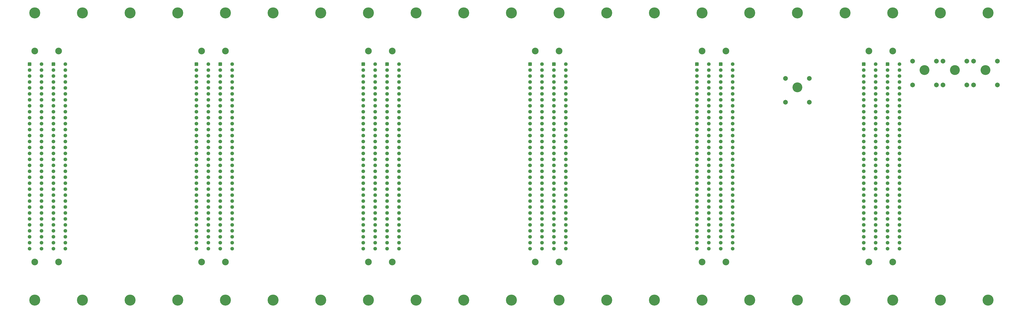
<source format=gbr>
G04 #@! TF.GenerationSoftware,KiCad,Pcbnew,5.1.8*
G04 #@! TF.CreationDate,2020-12-14T16:47:20+01:00*
G04 #@! TF.ProjectId,main,6d61696e-2e6b-4696-9361-645f70636258,v1.0.0*
G04 #@! TF.SameCoordinates,Original*
G04 #@! TF.FileFunction,Soldermask,Top*
G04 #@! TF.FilePolarity,Negative*
%FSLAX46Y46*%
G04 Gerber Fmt 4.6, Leading zero omitted, Abs format (unit mm)*
G04 Created by KiCad (PCBNEW 5.1.8) date 2020-12-14 16:47:20*
%MOMM*%
%LPD*%
G01*
G04 APERTURE LIST*
%ADD10C,4.200000*%
%ADD11C,2.000000*%
%ADD12C,4.700000*%
%ADD13C,2.850000*%
%ADD14C,1.550000*%
G04 APERTURE END LIST*
D10*
X351060000Y-56355000D03*
D11*
X356140000Y-52555000D03*
X356140000Y-62715000D03*
X345980000Y-62715000D03*
X345980000Y-52555000D03*
X413120000Y-45185000D03*
X413120000Y-55345000D03*
X423280000Y-55345000D03*
X423280000Y-45185000D03*
D10*
X418200000Y-48985000D03*
D11*
X400120000Y-45185000D03*
X400120000Y-55345000D03*
X410280000Y-55345000D03*
X410280000Y-45185000D03*
D10*
X405200000Y-48985000D03*
D11*
X426120000Y-45185000D03*
X426120000Y-55345000D03*
X436280000Y-55345000D03*
X436280000Y-45185000D03*
D10*
X431200000Y-48985000D03*
D12*
X432340000Y-147105000D03*
X432340000Y-24605000D03*
X412020000Y-147105000D03*
X412020000Y-24605000D03*
X391700000Y-147105000D03*
X391700000Y-24605000D03*
X371380000Y-147105000D03*
X371380000Y-24605000D03*
X351060000Y-147105000D03*
X351060000Y-24605000D03*
X330740000Y-147105000D03*
X330740000Y-24605000D03*
X310420000Y-147105000D03*
X310420000Y-24605000D03*
X290100000Y-147105000D03*
X290100000Y-24605000D03*
X269780000Y-147105000D03*
X269780000Y-24605000D03*
X249460000Y-147105000D03*
X249460000Y-24605000D03*
X229140000Y-147105000D03*
X229140000Y-24605000D03*
X208820000Y-147105000D03*
X208820000Y-24605000D03*
X188500000Y-147105000D03*
X188500000Y-24605000D03*
X168180000Y-147105000D03*
X168180000Y-24605000D03*
X147860000Y-147105000D03*
X147860000Y-24605000D03*
X127540000Y-147105000D03*
X127540000Y-24605000D03*
X107220000Y-147105000D03*
X107220000Y-24605000D03*
X86900000Y-147105000D03*
X86900000Y-24605000D03*
X66580000Y-147105000D03*
X66580000Y-24605000D03*
X46260000Y-147105000D03*
X46260000Y-24605000D03*
X25940000Y-147105000D03*
X25940000Y-24605000D03*
D13*
X36100000Y-130855000D03*
X36100000Y-40855000D03*
D14*
X38940000Y-125225000D03*
X38940000Y-122685000D03*
X38940000Y-120145000D03*
X38940000Y-117605000D03*
X38940000Y-115065000D03*
X38940000Y-112525000D03*
X38940000Y-109985000D03*
X38940000Y-107445000D03*
X38940000Y-104905000D03*
X38940000Y-102365000D03*
X38940000Y-99825000D03*
X38940000Y-97285000D03*
X38940000Y-94745000D03*
X38940000Y-92205000D03*
X38940000Y-89665000D03*
X38940000Y-87125000D03*
X38940000Y-84585000D03*
X38940000Y-82045000D03*
X38940000Y-79505000D03*
X38940000Y-76965000D03*
X38940000Y-74425000D03*
X38940000Y-71885000D03*
X38940000Y-69345000D03*
X38940000Y-66805000D03*
X38940000Y-64265000D03*
X38940000Y-61725000D03*
X38940000Y-59185000D03*
X38940000Y-56645000D03*
X38940000Y-54105000D03*
X38940000Y-51565000D03*
X38940000Y-49025000D03*
X38940000Y-46485000D03*
X33860000Y-125225000D03*
X33860000Y-122685000D03*
X33860000Y-120145000D03*
X33860000Y-117605000D03*
X33860000Y-115065000D03*
X33860000Y-112525000D03*
X33860000Y-109985000D03*
X33860000Y-107445000D03*
X33860000Y-104905000D03*
X33860000Y-102365000D03*
X33860000Y-99825000D03*
X33860000Y-97285000D03*
X33860000Y-94745000D03*
X33860000Y-92205000D03*
X33860000Y-89665000D03*
X33860000Y-87125000D03*
X33860000Y-84585000D03*
X33860000Y-82045000D03*
X33860000Y-79505000D03*
X33860000Y-76965000D03*
X33860000Y-74425000D03*
X33860000Y-71885000D03*
X33860000Y-69345000D03*
X33860000Y-66805000D03*
X33860000Y-64265000D03*
X33860000Y-61725000D03*
X33860000Y-59185000D03*
X33860000Y-56645000D03*
X33860000Y-54105000D03*
X33860000Y-51565000D03*
X33860000Y-49025000D03*
G36*
G01*
X33085000Y-47010001D02*
X33085000Y-45959999D01*
G75*
G02*
X33334999Y-45710000I249999J0D01*
G01*
X34385001Y-45710000D01*
G75*
G02*
X34635000Y-45959999I0J-249999D01*
G01*
X34635000Y-47010001D01*
G75*
G02*
X34385001Y-47260000I-249999J0D01*
G01*
X33334999Y-47260000D01*
G75*
G02*
X33085000Y-47010001I0J249999D01*
G01*
G37*
D13*
X391700000Y-130855000D03*
X391700000Y-40855000D03*
D14*
X394540000Y-125225000D03*
X394540000Y-122685000D03*
X394540000Y-120145000D03*
X394540000Y-117605000D03*
X394540000Y-115065000D03*
X394540000Y-112525000D03*
X394540000Y-109985000D03*
X394540000Y-107445000D03*
X394540000Y-104905000D03*
X394540000Y-102365000D03*
X394540000Y-99825000D03*
X394540000Y-97285000D03*
X394540000Y-94745000D03*
X394540000Y-92205000D03*
X394540000Y-89665000D03*
X394540000Y-87125000D03*
X394540000Y-84585000D03*
X394540000Y-82045000D03*
X394540000Y-79505000D03*
X394540000Y-76965000D03*
X394540000Y-74425000D03*
X394540000Y-71885000D03*
X394540000Y-69345000D03*
X394540000Y-66805000D03*
X394540000Y-64265000D03*
X394540000Y-61725000D03*
X394540000Y-59185000D03*
X394540000Y-56645000D03*
X394540000Y-54105000D03*
X394540000Y-51565000D03*
X394540000Y-49025000D03*
X394540000Y-46485000D03*
X389460000Y-125225000D03*
X389460000Y-122685000D03*
X389460000Y-120145000D03*
X389460000Y-117605000D03*
X389460000Y-115065000D03*
X389460000Y-112525000D03*
X389460000Y-109985000D03*
X389460000Y-107445000D03*
X389460000Y-104905000D03*
X389460000Y-102365000D03*
X389460000Y-99825000D03*
X389460000Y-97285000D03*
X389460000Y-94745000D03*
X389460000Y-92205000D03*
X389460000Y-89665000D03*
X389460000Y-87125000D03*
X389460000Y-84585000D03*
X389460000Y-82045000D03*
X389460000Y-79505000D03*
X389460000Y-76965000D03*
X389460000Y-74425000D03*
X389460000Y-71885000D03*
X389460000Y-69345000D03*
X389460000Y-66805000D03*
X389460000Y-64265000D03*
X389460000Y-61725000D03*
X389460000Y-59185000D03*
X389460000Y-56645000D03*
X389460000Y-54105000D03*
X389460000Y-51565000D03*
X389460000Y-49025000D03*
G36*
G01*
X388685000Y-47010001D02*
X388685000Y-45959999D01*
G75*
G02*
X388934999Y-45710000I249999J0D01*
G01*
X389985001Y-45710000D01*
G75*
G02*
X390235000Y-45959999I0J-249999D01*
G01*
X390235000Y-47010001D01*
G75*
G02*
X389985001Y-47260000I-249999J0D01*
G01*
X388934999Y-47260000D01*
G75*
G02*
X388685000Y-47010001I0J249999D01*
G01*
G37*
D13*
X320580000Y-130855000D03*
X320580000Y-40855000D03*
D14*
X323420000Y-125225000D03*
X323420000Y-122685000D03*
X323420000Y-120145000D03*
X323420000Y-117605000D03*
X323420000Y-115065000D03*
X323420000Y-112525000D03*
X323420000Y-109985000D03*
X323420000Y-107445000D03*
X323420000Y-104905000D03*
X323420000Y-102365000D03*
X323420000Y-99825000D03*
X323420000Y-97285000D03*
X323420000Y-94745000D03*
X323420000Y-92205000D03*
X323420000Y-89665000D03*
X323420000Y-87125000D03*
X323420000Y-84585000D03*
X323420000Y-82045000D03*
X323420000Y-79505000D03*
X323420000Y-76965000D03*
X323420000Y-74425000D03*
X323420000Y-71885000D03*
X323420000Y-69345000D03*
X323420000Y-66805000D03*
X323420000Y-64265000D03*
X323420000Y-61725000D03*
X323420000Y-59185000D03*
X323420000Y-56645000D03*
X323420000Y-54105000D03*
X323420000Y-51565000D03*
X323420000Y-49025000D03*
X323420000Y-46485000D03*
X318340000Y-125225000D03*
X318340000Y-122685000D03*
X318340000Y-120145000D03*
X318340000Y-117605000D03*
X318340000Y-115065000D03*
X318340000Y-112525000D03*
X318340000Y-109985000D03*
X318340000Y-107445000D03*
X318340000Y-104905000D03*
X318340000Y-102365000D03*
X318340000Y-99825000D03*
X318340000Y-97285000D03*
X318340000Y-94745000D03*
X318340000Y-92205000D03*
X318340000Y-89665000D03*
X318340000Y-87125000D03*
X318340000Y-84585000D03*
X318340000Y-82045000D03*
X318340000Y-79505000D03*
X318340000Y-76965000D03*
X318340000Y-74425000D03*
X318340000Y-71885000D03*
X318340000Y-69345000D03*
X318340000Y-66805000D03*
X318340000Y-64265000D03*
X318340000Y-61725000D03*
X318340000Y-59185000D03*
X318340000Y-56645000D03*
X318340000Y-54105000D03*
X318340000Y-51565000D03*
X318340000Y-49025000D03*
G36*
G01*
X317565000Y-47010001D02*
X317565000Y-45959999D01*
G75*
G02*
X317814999Y-45710000I249999J0D01*
G01*
X318865001Y-45710000D01*
G75*
G02*
X319115000Y-45959999I0J-249999D01*
G01*
X319115000Y-47010001D01*
G75*
G02*
X318865001Y-47260000I-249999J0D01*
G01*
X317814999Y-47260000D01*
G75*
G02*
X317565000Y-47010001I0J249999D01*
G01*
G37*
D13*
X249460000Y-130855000D03*
X249460000Y-40855000D03*
D14*
X252300000Y-125225000D03*
X252300000Y-122685000D03*
X252300000Y-120145000D03*
X252300000Y-117605000D03*
X252300000Y-115065000D03*
X252300000Y-112525000D03*
X252300000Y-109985000D03*
X252300000Y-107445000D03*
X252300000Y-104905000D03*
X252300000Y-102365000D03*
X252300000Y-99825000D03*
X252300000Y-97285000D03*
X252300000Y-94745000D03*
X252300000Y-92205000D03*
X252300000Y-89665000D03*
X252300000Y-87125000D03*
X252300000Y-84585000D03*
X252300000Y-82045000D03*
X252300000Y-79505000D03*
X252300000Y-76965000D03*
X252300000Y-74425000D03*
X252300000Y-71885000D03*
X252300000Y-69345000D03*
X252300000Y-66805000D03*
X252300000Y-64265000D03*
X252300000Y-61725000D03*
X252300000Y-59185000D03*
X252300000Y-56645000D03*
X252300000Y-54105000D03*
X252300000Y-51565000D03*
X252300000Y-49025000D03*
X252300000Y-46485000D03*
X247220000Y-125225000D03*
X247220000Y-122685000D03*
X247220000Y-120145000D03*
X247220000Y-117605000D03*
X247220000Y-115065000D03*
X247220000Y-112525000D03*
X247220000Y-109985000D03*
X247220000Y-107445000D03*
X247220000Y-104905000D03*
X247220000Y-102365000D03*
X247220000Y-99825000D03*
X247220000Y-97285000D03*
X247220000Y-94745000D03*
X247220000Y-92205000D03*
X247220000Y-89665000D03*
X247220000Y-87125000D03*
X247220000Y-84585000D03*
X247220000Y-82045000D03*
X247220000Y-79505000D03*
X247220000Y-76965000D03*
X247220000Y-74425000D03*
X247220000Y-71885000D03*
X247220000Y-69345000D03*
X247220000Y-66805000D03*
X247220000Y-64265000D03*
X247220000Y-61725000D03*
X247220000Y-59185000D03*
X247220000Y-56645000D03*
X247220000Y-54105000D03*
X247220000Y-51565000D03*
X247220000Y-49025000D03*
G36*
G01*
X246445000Y-47010001D02*
X246445000Y-45959999D01*
G75*
G02*
X246694999Y-45710000I249999J0D01*
G01*
X247745001Y-45710000D01*
G75*
G02*
X247995000Y-45959999I0J-249999D01*
G01*
X247995000Y-47010001D01*
G75*
G02*
X247745001Y-47260000I-249999J0D01*
G01*
X246694999Y-47260000D01*
G75*
G02*
X246445000Y-47010001I0J249999D01*
G01*
G37*
D13*
X178340000Y-130855000D03*
X178340000Y-40855000D03*
D14*
X181180000Y-125225000D03*
X181180000Y-122685000D03*
X181180000Y-120145000D03*
X181180000Y-117605000D03*
X181180000Y-115065000D03*
X181180000Y-112525000D03*
X181180000Y-109985000D03*
X181180000Y-107445000D03*
X181180000Y-104905000D03*
X181180000Y-102365000D03*
X181180000Y-99825000D03*
X181180000Y-97285000D03*
X181180000Y-94745000D03*
X181180000Y-92205000D03*
X181180000Y-89665000D03*
X181180000Y-87125000D03*
X181180000Y-84585000D03*
X181180000Y-82045000D03*
X181180000Y-79505000D03*
X181180000Y-76965000D03*
X181180000Y-74425000D03*
X181180000Y-71885000D03*
X181180000Y-69345000D03*
X181180000Y-66805000D03*
X181180000Y-64265000D03*
X181180000Y-61725000D03*
X181180000Y-59185000D03*
X181180000Y-56645000D03*
X181180000Y-54105000D03*
X181180000Y-51565000D03*
X181180000Y-49025000D03*
X181180000Y-46485000D03*
X176100000Y-125225000D03*
X176100000Y-122685000D03*
X176100000Y-120145000D03*
X176100000Y-117605000D03*
X176100000Y-115065000D03*
X176100000Y-112525000D03*
X176100000Y-109985000D03*
X176100000Y-107445000D03*
X176100000Y-104905000D03*
X176100000Y-102365000D03*
X176100000Y-99825000D03*
X176100000Y-97285000D03*
X176100000Y-94745000D03*
X176100000Y-92205000D03*
X176100000Y-89665000D03*
X176100000Y-87125000D03*
X176100000Y-84585000D03*
X176100000Y-82045000D03*
X176100000Y-79505000D03*
X176100000Y-76965000D03*
X176100000Y-74425000D03*
X176100000Y-71885000D03*
X176100000Y-69345000D03*
X176100000Y-66805000D03*
X176100000Y-64265000D03*
X176100000Y-61725000D03*
X176100000Y-59185000D03*
X176100000Y-56645000D03*
X176100000Y-54105000D03*
X176100000Y-51565000D03*
X176100000Y-49025000D03*
G36*
G01*
X175325000Y-47010001D02*
X175325000Y-45959999D01*
G75*
G02*
X175574999Y-45710000I249999J0D01*
G01*
X176625001Y-45710000D01*
G75*
G02*
X176875000Y-45959999I0J-249999D01*
G01*
X176875000Y-47010001D01*
G75*
G02*
X176625001Y-47260000I-249999J0D01*
G01*
X175574999Y-47260000D01*
G75*
G02*
X175325000Y-47010001I0J249999D01*
G01*
G37*
D13*
X107220000Y-130855000D03*
X107220000Y-40855000D03*
D14*
X110060000Y-125225000D03*
X110060000Y-122685000D03*
X110060000Y-120145000D03*
X110060000Y-117605000D03*
X110060000Y-115065000D03*
X110060000Y-112525000D03*
X110060000Y-109985000D03*
X110060000Y-107445000D03*
X110060000Y-104905000D03*
X110060000Y-102365000D03*
X110060000Y-99825000D03*
X110060000Y-97285000D03*
X110060000Y-94745000D03*
X110060000Y-92205000D03*
X110060000Y-89665000D03*
X110060000Y-87125000D03*
X110060000Y-84585000D03*
X110060000Y-82045000D03*
X110060000Y-79505000D03*
X110060000Y-76965000D03*
X110060000Y-74425000D03*
X110060000Y-71885000D03*
X110060000Y-69345000D03*
X110060000Y-66805000D03*
X110060000Y-64265000D03*
X110060000Y-61725000D03*
X110060000Y-59185000D03*
X110060000Y-56645000D03*
X110060000Y-54105000D03*
X110060000Y-51565000D03*
X110060000Y-49025000D03*
X110060000Y-46485000D03*
X104980000Y-125225000D03*
X104980000Y-122685000D03*
X104980000Y-120145000D03*
X104980000Y-117605000D03*
X104980000Y-115065000D03*
X104980000Y-112525000D03*
X104980000Y-109985000D03*
X104980000Y-107445000D03*
X104980000Y-104905000D03*
X104980000Y-102365000D03*
X104980000Y-99825000D03*
X104980000Y-97285000D03*
X104980000Y-94745000D03*
X104980000Y-92205000D03*
X104980000Y-89665000D03*
X104980000Y-87125000D03*
X104980000Y-84585000D03*
X104980000Y-82045000D03*
X104980000Y-79505000D03*
X104980000Y-76965000D03*
X104980000Y-74425000D03*
X104980000Y-71885000D03*
X104980000Y-69345000D03*
X104980000Y-66805000D03*
X104980000Y-64265000D03*
X104980000Y-61725000D03*
X104980000Y-59185000D03*
X104980000Y-56645000D03*
X104980000Y-54105000D03*
X104980000Y-51565000D03*
X104980000Y-49025000D03*
G36*
G01*
X104205000Y-47010001D02*
X104205000Y-45959999D01*
G75*
G02*
X104454999Y-45710000I249999J0D01*
G01*
X105505001Y-45710000D01*
G75*
G02*
X105755000Y-45959999I0J-249999D01*
G01*
X105755000Y-47010001D01*
G75*
G02*
X105505001Y-47260000I-249999J0D01*
G01*
X104454999Y-47260000D01*
G75*
G02*
X104205000Y-47010001I0J249999D01*
G01*
G37*
D13*
X381540000Y-130855000D03*
X381540000Y-40855000D03*
D14*
X384380000Y-125225000D03*
X384380000Y-122685000D03*
X384380000Y-120145000D03*
X384380000Y-117605000D03*
X384380000Y-115065000D03*
X384380000Y-112525000D03*
X384380000Y-109985000D03*
X384380000Y-107445000D03*
X384380000Y-104905000D03*
X384380000Y-102365000D03*
X384380000Y-99825000D03*
X384380000Y-97285000D03*
X384380000Y-94745000D03*
X384380000Y-92205000D03*
X384380000Y-89665000D03*
X384380000Y-87125000D03*
X384380000Y-84585000D03*
X384380000Y-82045000D03*
X384380000Y-79505000D03*
X384380000Y-76965000D03*
X384380000Y-74425000D03*
X384380000Y-71885000D03*
X384380000Y-69345000D03*
X384380000Y-66805000D03*
X384380000Y-64265000D03*
X384380000Y-61725000D03*
X384380000Y-59185000D03*
X384380000Y-56645000D03*
X384380000Y-54105000D03*
X384380000Y-51565000D03*
X384380000Y-49025000D03*
X384380000Y-46485000D03*
X379300000Y-125225000D03*
X379300000Y-122685000D03*
X379300000Y-120145000D03*
X379300000Y-117605000D03*
X379300000Y-115065000D03*
X379300000Y-112525000D03*
X379300000Y-109985000D03*
X379300000Y-107445000D03*
X379300000Y-104905000D03*
X379300000Y-102365000D03*
X379300000Y-99825000D03*
X379300000Y-97285000D03*
X379300000Y-94745000D03*
X379300000Y-92205000D03*
X379300000Y-89665000D03*
X379300000Y-87125000D03*
X379300000Y-84585000D03*
X379300000Y-82045000D03*
X379300000Y-79505000D03*
X379300000Y-76965000D03*
X379300000Y-74425000D03*
X379300000Y-71885000D03*
X379300000Y-69345000D03*
X379300000Y-66805000D03*
X379300000Y-64265000D03*
X379300000Y-61725000D03*
X379300000Y-59185000D03*
X379300000Y-56645000D03*
X379300000Y-54105000D03*
X379300000Y-51565000D03*
X379300000Y-49025000D03*
G36*
G01*
X378525000Y-47010001D02*
X378525000Y-45959999D01*
G75*
G02*
X378774999Y-45710000I249999J0D01*
G01*
X379825001Y-45710000D01*
G75*
G02*
X380075000Y-45959999I0J-249999D01*
G01*
X380075000Y-47010001D01*
G75*
G02*
X379825001Y-47260000I-249999J0D01*
G01*
X378774999Y-47260000D01*
G75*
G02*
X378525000Y-47010001I0J249999D01*
G01*
G37*
D13*
X310420000Y-130855000D03*
X310420000Y-40855000D03*
D14*
X313260000Y-125225000D03*
X313260000Y-122685000D03*
X313260000Y-120145000D03*
X313260000Y-117605000D03*
X313260000Y-115065000D03*
X313260000Y-112525000D03*
X313260000Y-109985000D03*
X313260000Y-107445000D03*
X313260000Y-104905000D03*
X313260000Y-102365000D03*
X313260000Y-99825000D03*
X313260000Y-97285000D03*
X313260000Y-94745000D03*
X313260000Y-92205000D03*
X313260000Y-89665000D03*
X313260000Y-87125000D03*
X313260000Y-84585000D03*
X313260000Y-82045000D03*
X313260000Y-79505000D03*
X313260000Y-76965000D03*
X313260000Y-74425000D03*
X313260000Y-71885000D03*
X313260000Y-69345000D03*
X313260000Y-66805000D03*
X313260000Y-64265000D03*
X313260000Y-61725000D03*
X313260000Y-59185000D03*
X313260000Y-56645000D03*
X313260000Y-54105000D03*
X313260000Y-51565000D03*
X313260000Y-49025000D03*
X313260000Y-46485000D03*
X308180000Y-125225000D03*
X308180000Y-122685000D03*
X308180000Y-120145000D03*
X308180000Y-117605000D03*
X308180000Y-115065000D03*
X308180000Y-112525000D03*
X308180000Y-109985000D03*
X308180000Y-107445000D03*
X308180000Y-104905000D03*
X308180000Y-102365000D03*
X308180000Y-99825000D03*
X308180000Y-97285000D03*
X308180000Y-94745000D03*
X308180000Y-92205000D03*
X308180000Y-89665000D03*
X308180000Y-87125000D03*
X308180000Y-84585000D03*
X308180000Y-82045000D03*
X308180000Y-79505000D03*
X308180000Y-76965000D03*
X308180000Y-74425000D03*
X308180000Y-71885000D03*
X308180000Y-69345000D03*
X308180000Y-66805000D03*
X308180000Y-64265000D03*
X308180000Y-61725000D03*
X308180000Y-59185000D03*
X308180000Y-56645000D03*
X308180000Y-54105000D03*
X308180000Y-51565000D03*
X308180000Y-49025000D03*
G36*
G01*
X307405000Y-47010001D02*
X307405000Y-45959999D01*
G75*
G02*
X307654999Y-45710000I249999J0D01*
G01*
X308705001Y-45710000D01*
G75*
G02*
X308955000Y-45959999I0J-249999D01*
G01*
X308955000Y-47010001D01*
G75*
G02*
X308705001Y-47260000I-249999J0D01*
G01*
X307654999Y-47260000D01*
G75*
G02*
X307405000Y-47010001I0J249999D01*
G01*
G37*
D13*
X239300000Y-130855000D03*
X239300000Y-40855000D03*
D14*
X242140000Y-125225000D03*
X242140000Y-122685000D03*
X242140000Y-120145000D03*
X242140000Y-117605000D03*
X242140000Y-115065000D03*
X242140000Y-112525000D03*
X242140000Y-109985000D03*
X242140000Y-107445000D03*
X242140000Y-104905000D03*
X242140000Y-102365000D03*
X242140000Y-99825000D03*
X242140000Y-97285000D03*
X242140000Y-94745000D03*
X242140000Y-92205000D03*
X242140000Y-89665000D03*
X242140000Y-87125000D03*
X242140000Y-84585000D03*
X242140000Y-82045000D03*
X242140000Y-79505000D03*
X242140000Y-76965000D03*
X242140000Y-74425000D03*
X242140000Y-71885000D03*
X242140000Y-69345000D03*
X242140000Y-66805000D03*
X242140000Y-64265000D03*
X242140000Y-61725000D03*
X242140000Y-59185000D03*
X242140000Y-56645000D03*
X242140000Y-54105000D03*
X242140000Y-51565000D03*
X242140000Y-49025000D03*
X242140000Y-46485000D03*
X237060000Y-125225000D03*
X237060000Y-122685000D03*
X237060000Y-120145000D03*
X237060000Y-117605000D03*
X237060000Y-115065000D03*
X237060000Y-112525000D03*
X237060000Y-109985000D03*
X237060000Y-107445000D03*
X237060000Y-104905000D03*
X237060000Y-102365000D03*
X237060000Y-99825000D03*
X237060000Y-97285000D03*
X237060000Y-94745000D03*
X237060000Y-92205000D03*
X237060000Y-89665000D03*
X237060000Y-87125000D03*
X237060000Y-84585000D03*
X237060000Y-82045000D03*
X237060000Y-79505000D03*
X237060000Y-76965000D03*
X237060000Y-74425000D03*
X237060000Y-71885000D03*
X237060000Y-69345000D03*
X237060000Y-66805000D03*
X237060000Y-64265000D03*
X237060000Y-61725000D03*
X237060000Y-59185000D03*
X237060000Y-56645000D03*
X237060000Y-54105000D03*
X237060000Y-51565000D03*
X237060000Y-49025000D03*
G36*
G01*
X236285000Y-47010001D02*
X236285000Y-45959999D01*
G75*
G02*
X236534999Y-45710000I249999J0D01*
G01*
X237585001Y-45710000D01*
G75*
G02*
X237835000Y-45959999I0J-249999D01*
G01*
X237835000Y-47010001D01*
G75*
G02*
X237585001Y-47260000I-249999J0D01*
G01*
X236534999Y-47260000D01*
G75*
G02*
X236285000Y-47010001I0J249999D01*
G01*
G37*
D13*
X168180000Y-130855000D03*
X168180000Y-40855000D03*
D14*
X171020000Y-125225000D03*
X171020000Y-122685000D03*
X171020000Y-120145000D03*
X171020000Y-117605000D03*
X171020000Y-115065000D03*
X171020000Y-112525000D03*
X171020000Y-109985000D03*
X171020000Y-107445000D03*
X171020000Y-104905000D03*
X171020000Y-102365000D03*
X171020000Y-99825000D03*
X171020000Y-97285000D03*
X171020000Y-94745000D03*
X171020000Y-92205000D03*
X171020000Y-89665000D03*
X171020000Y-87125000D03*
X171020000Y-84585000D03*
X171020000Y-82045000D03*
X171020000Y-79505000D03*
X171020000Y-76965000D03*
X171020000Y-74425000D03*
X171020000Y-71885000D03*
X171020000Y-69345000D03*
X171020000Y-66805000D03*
X171020000Y-64265000D03*
X171020000Y-61725000D03*
X171020000Y-59185000D03*
X171020000Y-56645000D03*
X171020000Y-54105000D03*
X171020000Y-51565000D03*
X171020000Y-49025000D03*
X171020000Y-46485000D03*
X165940000Y-125225000D03*
X165940000Y-122685000D03*
X165940000Y-120145000D03*
X165940000Y-117605000D03*
X165940000Y-115065000D03*
X165940000Y-112525000D03*
X165940000Y-109985000D03*
X165940000Y-107445000D03*
X165940000Y-104905000D03*
X165940000Y-102365000D03*
X165940000Y-99825000D03*
X165940000Y-97285000D03*
X165940000Y-94745000D03*
X165940000Y-92205000D03*
X165940000Y-89665000D03*
X165940000Y-87125000D03*
X165940000Y-84585000D03*
X165940000Y-82045000D03*
X165940000Y-79505000D03*
X165940000Y-76965000D03*
X165940000Y-74425000D03*
X165940000Y-71885000D03*
X165940000Y-69345000D03*
X165940000Y-66805000D03*
X165940000Y-64265000D03*
X165940000Y-61725000D03*
X165940000Y-59185000D03*
X165940000Y-56645000D03*
X165940000Y-54105000D03*
X165940000Y-51565000D03*
X165940000Y-49025000D03*
G36*
G01*
X165165000Y-47010001D02*
X165165000Y-45959999D01*
G75*
G02*
X165414999Y-45710000I249999J0D01*
G01*
X166465001Y-45710000D01*
G75*
G02*
X166715000Y-45959999I0J-249999D01*
G01*
X166715000Y-47010001D01*
G75*
G02*
X166465001Y-47260000I-249999J0D01*
G01*
X165414999Y-47260000D01*
G75*
G02*
X165165000Y-47010001I0J249999D01*
G01*
G37*
G36*
G01*
X94045000Y-47010001D02*
X94045000Y-45959999D01*
G75*
G02*
X94294999Y-45710000I249999J0D01*
G01*
X95345001Y-45710000D01*
G75*
G02*
X95595000Y-45959999I0J-249999D01*
G01*
X95595000Y-47010001D01*
G75*
G02*
X95345001Y-47260000I-249999J0D01*
G01*
X94294999Y-47260000D01*
G75*
G02*
X94045000Y-47010001I0J249999D01*
G01*
G37*
X94820000Y-49025000D03*
X94820000Y-51565000D03*
X94820000Y-54105000D03*
X94820000Y-56645000D03*
X94820000Y-59185000D03*
X94820000Y-61725000D03*
X94820000Y-64265000D03*
X94820000Y-66805000D03*
X94820000Y-69345000D03*
X94820000Y-71885000D03*
X94820000Y-74425000D03*
X94820000Y-76965000D03*
X94820000Y-79505000D03*
X94820000Y-82045000D03*
X94820000Y-84585000D03*
X94820000Y-87125000D03*
X94820000Y-89665000D03*
X94820000Y-92205000D03*
X94820000Y-94745000D03*
X94820000Y-97285000D03*
X94820000Y-99825000D03*
X94820000Y-102365000D03*
X94820000Y-104905000D03*
X94820000Y-107445000D03*
X94820000Y-109985000D03*
X94820000Y-112525000D03*
X94820000Y-115065000D03*
X94820000Y-117605000D03*
X94820000Y-120145000D03*
X94820000Y-122685000D03*
X94820000Y-125225000D03*
X99900000Y-46485000D03*
X99900000Y-49025000D03*
X99900000Y-51565000D03*
X99900000Y-54105000D03*
X99900000Y-56645000D03*
X99900000Y-59185000D03*
X99900000Y-61725000D03*
X99900000Y-64265000D03*
X99900000Y-66805000D03*
X99900000Y-69345000D03*
X99900000Y-71885000D03*
X99900000Y-74425000D03*
X99900000Y-76965000D03*
X99900000Y-79505000D03*
X99900000Y-82045000D03*
X99900000Y-84585000D03*
X99900000Y-87125000D03*
X99900000Y-89665000D03*
X99900000Y-92205000D03*
X99900000Y-94745000D03*
X99900000Y-97285000D03*
X99900000Y-99825000D03*
X99900000Y-102365000D03*
X99900000Y-104905000D03*
X99900000Y-107445000D03*
X99900000Y-109985000D03*
X99900000Y-112525000D03*
X99900000Y-115065000D03*
X99900000Y-117605000D03*
X99900000Y-120145000D03*
X99900000Y-122685000D03*
X99900000Y-125225000D03*
D13*
X97060000Y-40855000D03*
X97060000Y-130855000D03*
G36*
G01*
X22925000Y-47010001D02*
X22925000Y-45959999D01*
G75*
G02*
X23174999Y-45710000I249999J0D01*
G01*
X24225001Y-45710000D01*
G75*
G02*
X24475000Y-45959999I0J-249999D01*
G01*
X24475000Y-47010001D01*
G75*
G02*
X24225001Y-47260000I-249999J0D01*
G01*
X23174999Y-47260000D01*
G75*
G02*
X22925000Y-47010001I0J249999D01*
G01*
G37*
D14*
X23700000Y-49025000D03*
X23700000Y-51565000D03*
X23700000Y-54105000D03*
X23700000Y-56645000D03*
X23700000Y-59185000D03*
X23700000Y-61725000D03*
X23700000Y-64265000D03*
X23700000Y-66805000D03*
X23700000Y-69345000D03*
X23700000Y-71885000D03*
X23700000Y-74425000D03*
X23700000Y-76965000D03*
X23700000Y-79505000D03*
X23700000Y-82045000D03*
X23700000Y-84585000D03*
X23700000Y-87125000D03*
X23700000Y-89665000D03*
X23700000Y-92205000D03*
X23700000Y-94745000D03*
X23700000Y-97285000D03*
X23700000Y-99825000D03*
X23700000Y-102365000D03*
X23700000Y-104905000D03*
X23700000Y-107445000D03*
X23700000Y-109985000D03*
X23700000Y-112525000D03*
X23700000Y-115065000D03*
X23700000Y-117605000D03*
X23700000Y-120145000D03*
X23700000Y-122685000D03*
X23700000Y-125225000D03*
X28780000Y-46485000D03*
X28780000Y-49025000D03*
X28780000Y-51565000D03*
X28780000Y-54105000D03*
X28780000Y-56645000D03*
X28780000Y-59185000D03*
X28780000Y-61725000D03*
X28780000Y-64265000D03*
X28780000Y-66805000D03*
X28780000Y-69345000D03*
X28780000Y-71885000D03*
X28780000Y-74425000D03*
X28780000Y-76965000D03*
X28780000Y-79505000D03*
X28780000Y-82045000D03*
X28780000Y-84585000D03*
X28780000Y-87125000D03*
X28780000Y-89665000D03*
X28780000Y-92205000D03*
X28780000Y-94745000D03*
X28780000Y-97285000D03*
X28780000Y-99825000D03*
X28780000Y-102365000D03*
X28780000Y-104905000D03*
X28780000Y-107445000D03*
X28780000Y-109985000D03*
X28780000Y-112525000D03*
X28780000Y-115065000D03*
X28780000Y-117605000D03*
X28780000Y-120145000D03*
X28780000Y-122685000D03*
X28780000Y-125225000D03*
D13*
X25940000Y-40855000D03*
X25940000Y-130855000D03*
M02*

</source>
